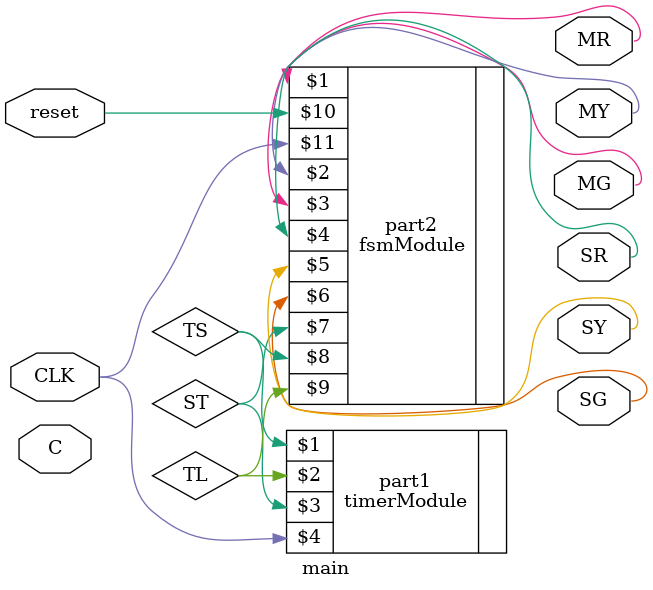
<source format=v>

`timescale 1ns / 1ps
module main(
	output MR,
	output MY,
	output MG,
	output SR,
	output SY,
	output SG,
	input reset,
	input C,
	input CLK

);

timerModule part1(TS, TL, ST, CLK);
fsmModule part2(MR, MY, MG, SR, SY, SG, ST, TS, TL,reset, CLK);

endmodule


</source>
